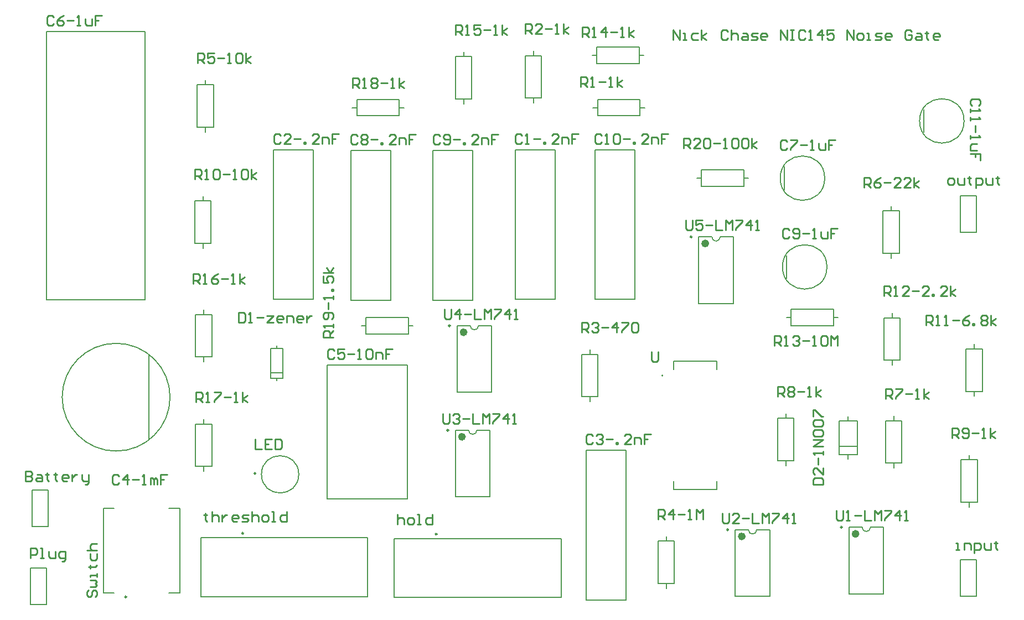
<source format=gto>
G04*
G04 #@! TF.GenerationSoftware,Altium Limited,Altium Designer,24.2.2 (26)*
G04*
G04 Layer_Color=65535*
%FSLAX44Y44*%
%MOMM*%
G71*
G04*
G04 #@! TF.SameCoordinates,BFD11EA4-FAB8-46CB-93DB-E67660371D5A*
G04*
G04*
G04 #@! TF.FilePolarity,Positive*
G04*
G01*
G75*
%ADD10C,0.1500*%
%ADD11C,0.2500*%
%ADD12C,0.6000*%
%ADD13C,0.2000*%
%ADD14C,0.1270*%
%ADD15C,0.2540*%
D10*
X249470Y394970D02*
G03*
X249470Y394970I-82500J0D01*
G01*
X1250860Y730250D02*
G03*
X1250860Y730250I-34000J0D01*
G01*
X1254270Y594360D02*
G03*
X1254270Y594360I-34000J0D01*
G01*
X1464020Y817880D02*
G03*
X1464020Y817880I-34000J0D01*
G01*
X446330Y276860D02*
G03*
X446330Y276860I-28500J0D01*
G01*
D11*
X182860Y89270D02*
G03*
X182860Y89270I-1250J0D01*
G01*
X675620Y344470D02*
G03*
X675620Y344470I-1250J0D01*
G01*
X657840Y185350D02*
G03*
X657840Y185350I-1250J0D01*
G01*
X678160Y504490D02*
G03*
X678160Y504490I-1250J0D01*
G01*
X1277600Y195880D02*
G03*
X1277600Y195880I-1250J0D01*
G01*
X1103610Y192070D02*
G03*
X1103610Y192070I-1250J0D01*
G01*
X1047730Y640380D02*
G03*
X1047730Y640380I-1250J0D01*
G01*
X380580Y278360D02*
G03*
X380580Y278360I-1250J0D01*
G01*
X361930Y186620D02*
G03*
X361930Y186620I-1250J0D01*
G01*
D12*
X698970Y334370D02*
G03*
X698970Y334370I-3000J0D01*
G01*
X701510Y494390D02*
G03*
X701510Y494390I-3000J0D01*
G01*
X1300950Y185780D02*
G03*
X1300950Y185780I-3000J0D01*
G01*
X1126960Y181970D02*
G03*
X1126960Y181970I-3000J0D01*
G01*
X1071080Y630280D02*
G03*
X1071080Y630280I-3000J0D01*
G01*
D13*
X706120Y344370D02*
G03*
X718820Y344370I6350J0D01*
G01*
X1003280Y427990D02*
G03*
X1003280Y427990I-1000J0D01*
G01*
X708660Y504390D02*
G03*
X721360Y504390I6350J0D01*
G01*
X1308100Y195780D02*
G03*
X1320800Y195780I6350J0D01*
G01*
X1134110Y191970D02*
G03*
X1146810Y191970I6350J0D01*
G01*
X1078230Y640280D02*
G03*
X1090930Y640280I6350J0D01*
G01*
X1459430Y234200D02*
Y299200D01*
X1484430D01*
Y234200D02*
Y299200D01*
X1459430Y234200D02*
X1484430D01*
X1471930Y226950D02*
Y234200D01*
Y299200D02*
Y306450D01*
X1343860Y293890D02*
Y358890D01*
X1368860D01*
Y293890D02*
Y358890D01*
X1343860Y293890D02*
X1368860D01*
X1356360Y286640D02*
Y293890D01*
Y358890D02*
Y366140D01*
X1458610Y703590D02*
X1482710D01*
Y647690D02*
Y703590D01*
X1458610Y647690D02*
X1482710D01*
X1458610D02*
Y703590D01*
X403200Y424210D02*
Y469810D01*
X422300D01*
Y424210D02*
Y469810D01*
X403200Y424210D02*
X422300D01*
X404200Y432010D02*
X421300D01*
X412750Y420210D02*
Y424210D01*
Y469810D02*
Y473810D01*
X313490Y456450D02*
Y521450D01*
X288490Y456450D02*
X313490D01*
X288490D02*
Y521450D01*
X313490D01*
X300990D02*
Y528700D01*
Y449200D02*
Y456450D01*
X549160Y491690D02*
X614160D01*
X549160D02*
Y516690D01*
X614160D01*
Y491690D02*
Y516690D01*
Y504190D02*
X621410D01*
X541910D02*
X549160D01*
X216970Y329970D02*
Y459970D01*
X879040Y395490D02*
Y460490D01*
X904040D01*
Y395490D02*
Y460490D01*
X879040Y395490D02*
X904040D01*
X891540Y388240D02*
Y395490D01*
Y460490D02*
Y467740D01*
X1341320Y451370D02*
Y516370D01*
X1366320D01*
Y451370D02*
Y516370D01*
X1341320Y451370D02*
X1366320D01*
X1353820Y444120D02*
Y451370D01*
Y516370D02*
Y523620D01*
X147360Y95270D02*
Y224770D01*
X247660D02*
X264160D01*
X147360D02*
X163860D01*
X264160Y95270D02*
Y224770D01*
X247660Y95270D02*
X264160D01*
X147360D02*
X163860D01*
X288490Y288810D02*
Y353810D01*
X313490D01*
Y288810D02*
Y353810D01*
X288490Y288810D02*
X313490D01*
X300990Y281560D02*
Y288810D01*
Y353810D02*
Y361060D01*
X489680Y239130D02*
Y444130D01*
X612680D01*
Y239130D02*
Y444130D01*
X489680Y239130D02*
X612680D01*
X685970Y242370D02*
X738970D01*
X718820Y344370D02*
X738970D01*
X685970D02*
X706120D01*
X738970Y242370D02*
Y344370D01*
X685970Y242370D02*
Y344370D01*
X592440Y178450D02*
X847740D01*
Y88250D02*
Y178450D01*
X592440Y88250D02*
X847740D01*
X592440D02*
Y178450D01*
X688510Y402390D02*
X741510D01*
X721360Y504390D02*
X741510D01*
X688510D02*
X708660D01*
X741510Y402390D02*
Y504390D01*
X688510Y402390D02*
Y504390D01*
X1467050Y403910D02*
Y468910D01*
X1492050D01*
Y403910D02*
Y468910D01*
X1467050Y403910D02*
X1492050D01*
X1479550Y396660D02*
Y403910D01*
Y468910D02*
Y476160D01*
X1199400Y504390D02*
X1264400D01*
X1199400D02*
Y529390D01*
X1264400D01*
Y504390D02*
Y529390D01*
Y516890D02*
X1271650D01*
X1192150D02*
X1199400D01*
X1458610Y146060D02*
X1482710D01*
Y90160D02*
Y146060D01*
X1458610Y90160D02*
X1482710D01*
X1458610D02*
Y146060D01*
X792680Y852690D02*
Y917690D01*
X817680D01*
Y852690D02*
Y917690D01*
X792680Y852690D02*
X817680D01*
X805180Y845440D02*
Y852690D01*
Y917690D02*
Y924940D01*
X903490Y825700D02*
X968490D01*
X903490D02*
Y850700D01*
X968490D01*
Y825700D02*
Y850700D01*
Y838200D02*
X975740D01*
X896240D02*
X903490D01*
X777220Y544630D02*
Y773630D01*
X838220D01*
Y544630D02*
Y773630D01*
X777220Y544630D02*
X838220D01*
X651490Y543360D02*
Y772360D01*
X712490D01*
Y543360D02*
Y772360D01*
X651490Y543360D02*
X712490D01*
X686000Y851420D02*
Y916420D01*
X711000D01*
Y851420D02*
Y916420D01*
X686000Y851420D02*
X711000D01*
X698500Y844170D02*
Y851420D01*
Y916420D02*
Y923670D01*
X60890Y544300D02*
Y954300D01*
X210890D01*
Y544300D02*
Y954300D01*
X60890Y544300D02*
X210890D01*
X525760Y543360D02*
Y772360D01*
X586760D01*
Y543360D02*
Y772360D01*
X525760Y543360D02*
X586760D01*
X287220Y630440D02*
Y695440D01*
X312220D01*
Y630440D02*
Y695440D01*
X287220Y630440D02*
X312220D01*
X299720Y623190D02*
Y630440D01*
Y695440D02*
Y702690D01*
X407650Y544630D02*
Y773630D01*
X468650D01*
Y544630D02*
Y773630D01*
X407650Y544630D02*
X468650D01*
X902220Y905710D02*
X967220D01*
X902220D02*
Y930710D01*
X967220D01*
Y905710D02*
Y930710D01*
Y918210D02*
X974470D01*
X894970D02*
X902220D01*
X535190Y850700D02*
X600190D01*
Y825700D02*
Y850700D01*
X535190Y825700D02*
X600190D01*
X535190D02*
Y850700D01*
X527940Y838200D02*
X535190D01*
X600190D02*
X607440D01*
X291030Y808240D02*
Y873240D01*
X316030D01*
Y808240D02*
Y873240D01*
X291030Y808240D02*
X316030D01*
X303530Y800990D02*
Y808240D01*
Y873240D02*
Y880490D01*
X1272510Y306740D02*
Y358740D01*
X1300510D01*
Y306740D02*
Y358740D01*
X1272510Y306740D02*
X1300510D01*
X1286510Y300090D02*
Y306740D01*
Y358740D02*
Y365390D01*
X1273210Y319740D02*
X1299810D01*
X1287950Y93780D02*
X1340950D01*
X1320800Y195780D02*
X1340950D01*
X1287950D02*
X1308100D01*
X1340950Y93780D02*
Y195780D01*
X1287950Y93780D02*
Y195780D01*
X1113960Y89970D02*
X1166960D01*
X1146810Y191970D02*
X1166960D01*
X1113960D02*
X1134110D01*
X1166960Y89970D02*
Y191970D01*
X1113960Y89970D02*
Y191970D01*
X1178760Y297700D02*
Y362700D01*
X1203760D01*
Y297700D02*
Y362700D01*
X1178760Y297700D02*
X1203760D01*
X1191260Y290450D02*
Y297700D01*
Y362700D02*
Y369950D01*
X899140Y544630D02*
Y773630D01*
X960140D01*
Y544630D02*
Y773630D01*
X899140Y544630D02*
X960140D01*
X1058080Y538280D02*
X1111080D01*
X1090930Y640280D02*
X1111080D01*
X1058080D02*
X1078230D01*
X1111080Y538280D02*
Y640280D01*
X1058080Y538280D02*
Y640280D01*
X1365050Y615200D02*
Y680200D01*
X1340050Y615200D02*
X1365050D01*
X1340050D02*
Y680200D01*
X1365050D01*
X1352550D02*
Y687450D01*
Y607950D02*
Y615200D01*
X1189110Y712750D02*
Y747750D01*
X1062240Y742750D02*
X1127240D01*
Y717750D02*
Y742750D01*
X1062240Y717750D02*
X1127240D01*
X1062240D02*
Y742750D01*
X1054990Y730250D02*
X1062240D01*
X1127240D02*
X1134490D01*
X1192520Y576860D02*
Y611860D01*
X1402270Y800380D02*
Y835380D01*
X36210Y133360D02*
X60310D01*
Y77460D02*
Y133360D01*
X36210Y77460D02*
X60310D01*
X36210D02*
Y133360D01*
X995880Y109740D02*
Y174740D01*
X1020880D01*
Y109740D02*
Y174740D01*
X995880Y109740D02*
X1020880D01*
X1008380Y102490D02*
Y109740D01*
Y174740D02*
Y181990D01*
X38750Y252740D02*
X62850D01*
Y196840D02*
Y252740D01*
X38750Y196840D02*
X62850D01*
X38750D02*
Y252740D01*
X885600Y84380D02*
Y313380D01*
X946600D01*
Y84380D02*
Y313380D01*
X885600Y84380D02*
X946600D01*
X296530Y179720D02*
X551830D01*
Y89520D02*
Y179720D01*
X296530Y89520D02*
X551830D01*
X296530D02*
Y179720D01*
D14*
X1019830Y253340D02*
Y266540D01*
Y253340D02*
X1085830D01*
Y266540D01*
Y437040D02*
Y450240D01*
X1019830D02*
X1085830D01*
X1019830Y437040D02*
Y450240D01*
D15*
X1018540Y942340D02*
Y957575D01*
X1028697Y942340D01*
Y957575D01*
X1033775Y942340D02*
X1038853D01*
X1036314D01*
Y952497D01*
X1033775D01*
X1056628D02*
X1049010D01*
X1046471Y949958D01*
Y944879D01*
X1049010Y942340D01*
X1056628D01*
X1061706D02*
Y957575D01*
Y947418D02*
X1069324Y952497D01*
X1061706Y947418D02*
X1069324Y942340D01*
X1102333Y955036D02*
X1099794Y957575D01*
X1094715D01*
X1092176Y955036D01*
Y944879D01*
X1094715Y942340D01*
X1099794D01*
X1102333Y944879D01*
X1107411Y957575D02*
Y942340D01*
Y949958D01*
X1109950Y952497D01*
X1115029D01*
X1117568Y949958D01*
Y942340D01*
X1125185Y952497D02*
X1130264D01*
X1132803Y949958D01*
Y942340D01*
X1125185D01*
X1122646Y944879D01*
X1125185Y947418D01*
X1132803D01*
X1137881Y942340D02*
X1145499D01*
X1148038Y944879D01*
X1145499Y947418D01*
X1140421D01*
X1137881Y949958D01*
X1140421Y952497D01*
X1148038D01*
X1160734Y942340D02*
X1155656D01*
X1153117Y944879D01*
Y949958D01*
X1155656Y952497D01*
X1160734D01*
X1163273Y949958D01*
Y947418D01*
X1153117D01*
X1183587Y942340D02*
Y957575D01*
X1193743Y942340D01*
Y957575D01*
X1198822D02*
X1203900D01*
X1201361D01*
Y942340D01*
X1198822D01*
X1203900D01*
X1221674Y955036D02*
X1219135Y957575D01*
X1214057D01*
X1211518Y955036D01*
Y944879D01*
X1214057Y942340D01*
X1219135D01*
X1221674Y944879D01*
X1226753Y942340D02*
X1231831D01*
X1229292D01*
Y957575D01*
X1226753Y955036D01*
X1247066Y942340D02*
Y957575D01*
X1239448Y949958D01*
X1249605D01*
X1264840Y957575D02*
X1254684D01*
Y949958D01*
X1259762Y952497D01*
X1262301D01*
X1264840Y949958D01*
Y944879D01*
X1262301Y942340D01*
X1257223D01*
X1254684Y944879D01*
X1285154Y942340D02*
Y957575D01*
X1295311Y942340D01*
Y957575D01*
X1302928Y942340D02*
X1308006D01*
X1310546Y944879D01*
Y949958D01*
X1308006Y952497D01*
X1302928D01*
X1300389Y949958D01*
Y944879D01*
X1302928Y942340D01*
X1315624D02*
X1320702D01*
X1318163D01*
Y952497D01*
X1315624D01*
X1328320Y942340D02*
X1335937D01*
X1338477Y944879D01*
X1335937Y947418D01*
X1330859D01*
X1328320Y949958D01*
X1330859Y952497D01*
X1338477D01*
X1351172Y942340D02*
X1346094D01*
X1343555Y944879D01*
Y949958D01*
X1346094Y952497D01*
X1351172D01*
X1353712Y949958D01*
Y947418D01*
X1343555D01*
X1384182Y955036D02*
X1381642Y957575D01*
X1376564D01*
X1374025Y955036D01*
Y944879D01*
X1376564Y942340D01*
X1381642D01*
X1384182Y944879D01*
Y949958D01*
X1379103D01*
X1391799Y952497D02*
X1396878D01*
X1399417Y949958D01*
Y942340D01*
X1391799D01*
X1389260Y944879D01*
X1391799Y947418D01*
X1399417D01*
X1407034Y955036D02*
Y952497D01*
X1404495D01*
X1409574D01*
X1407034D01*
Y944879D01*
X1409574Y942340D01*
X1424809D02*
X1419730D01*
X1417191Y944879D01*
Y949958D01*
X1419730Y952497D01*
X1424809D01*
X1427348Y949958D01*
Y947418D01*
X1417191D01*
X1445271Y332743D02*
Y347977D01*
X1452888D01*
X1455427Y345438D01*
Y340360D01*
X1452888Y337821D01*
X1445271D01*
X1450349D02*
X1455427Y332743D01*
X1460506Y335282D02*
X1463045Y332743D01*
X1468123D01*
X1470663Y335282D01*
Y345438D01*
X1468123Y347977D01*
X1463045D01*
X1460506Y345438D01*
Y342899D01*
X1463045Y340360D01*
X1470663D01*
X1475741D02*
X1485898D01*
X1490976Y332743D02*
X1496054D01*
X1493515D01*
Y347977D01*
X1490976Y345438D01*
X1503672Y332743D02*
Y347977D01*
Y337821D02*
X1511289Y342899D01*
X1503672Y337821D02*
X1511289Y332743D01*
X1344295Y392303D02*
Y407538D01*
X1351913D01*
X1354452Y404999D01*
Y399921D01*
X1351913Y397381D01*
X1344295D01*
X1349373D02*
X1354452Y392303D01*
X1359530Y407538D02*
X1369687D01*
Y404999D01*
X1359530Y394842D01*
Y392303D01*
X1374765Y399921D02*
X1384922D01*
X1390000Y392303D02*
X1395079D01*
X1392539D01*
Y407538D01*
X1390000Y404999D01*
X1402696Y392303D02*
Y407538D01*
Y397381D02*
X1410314Y402460D01*
X1402696Y397381D02*
X1410314Y392303D01*
X1441462Y720091D02*
X1446540D01*
X1449079Y722630D01*
Y727709D01*
X1446540Y730248D01*
X1441462D01*
X1438923Y727709D01*
Y722630D01*
X1441462Y720091D01*
X1454158Y730248D02*
Y722630D01*
X1456697Y720091D01*
X1464315D01*
Y730248D01*
X1471932Y732787D02*
Y730248D01*
X1469393D01*
X1474471D01*
X1471932D01*
Y722630D01*
X1474471Y720091D01*
X1482089Y715013D02*
Y730248D01*
X1489706D01*
X1492245Y727709D01*
Y722630D01*
X1489706Y720091D01*
X1482089D01*
X1497324Y730248D02*
Y722630D01*
X1499863Y720091D01*
X1507481D01*
Y730248D01*
X1515098Y732787D02*
Y730248D01*
X1512559D01*
X1517637D01*
X1515098D01*
Y722630D01*
X1517637Y720091D01*
X354348Y524507D02*
Y509272D01*
X361966D01*
X364505Y511812D01*
Y521968D01*
X361966Y524507D01*
X354348D01*
X369583Y509272D02*
X374661D01*
X372122D01*
Y524507D01*
X369583Y521968D01*
X382279Y516890D02*
X392436D01*
X397514Y519429D02*
X407671D01*
X397514Y509272D01*
X407671D01*
X420367D02*
X415288D01*
X412749Y511812D01*
Y516890D01*
X415288Y519429D01*
X420367D01*
X422906Y516890D01*
Y514351D01*
X412749D01*
X427984Y509272D02*
Y519429D01*
X435602D01*
X438141Y516890D01*
Y509272D01*
X450837D02*
X445759D01*
X443219Y511812D01*
Y516890D01*
X445759Y519429D01*
X450837D01*
X453376Y516890D01*
Y514351D01*
X443219D01*
X458454Y519429D02*
Y509272D01*
Y514351D01*
X460994Y516890D01*
X463533Y519429D01*
X466072D01*
X284493Y568963D02*
Y584198D01*
X292110D01*
X294650Y581658D01*
Y576580D01*
X292110Y574041D01*
X284493D01*
X289571D02*
X294650Y568963D01*
X299728D02*
X304806D01*
X302267D01*
Y584198D01*
X299728Y581658D01*
X322580Y584198D02*
X317502Y581658D01*
X312424Y576580D01*
Y571502D01*
X314963Y568963D01*
X320041D01*
X322580Y571502D01*
Y574041D01*
X320041Y576580D01*
X312424D01*
X327659D02*
X337816D01*
X342894Y568963D02*
X347972D01*
X345433D01*
Y584198D01*
X342894Y581658D01*
X355590Y568963D02*
Y584198D01*
Y574041D02*
X363207Y579119D01*
X355590Y574041D02*
X363207Y568963D01*
X499108Y486427D02*
X483872D01*
Y494045D01*
X486412Y496584D01*
X491490D01*
X494029Y494045D01*
Y486427D01*
Y491506D02*
X499108Y496584D01*
Y501662D02*
Y506741D01*
Y504202D01*
X483872D01*
X486412Y501662D01*
X496568Y514358D02*
X499108Y516897D01*
Y521976D01*
X496568Y524515D01*
X486412D01*
X483872Y521976D01*
Y516897D01*
X486412Y514358D01*
X488951D01*
X491490Y516897D01*
Y524515D01*
Y529593D02*
Y539750D01*
X499108Y544828D02*
Y549907D01*
Y547368D01*
X483872D01*
X486412Y544828D01*
X499108Y557524D02*
X496568D01*
Y560063D01*
X499108D01*
Y557524D01*
X483872Y580377D02*
Y570220D01*
X491490D01*
X488951Y575299D01*
Y577838D01*
X491490Y580377D01*
X496568D01*
X499108Y577838D01*
Y572759D01*
X496568Y570220D01*
X499108Y585455D02*
X483872D01*
X494029D02*
X488951Y593073D01*
X494029Y585455D02*
X499108Y593073D01*
X171460Y274318D02*
X168921Y276857D01*
X163843D01*
X161304Y274318D01*
Y264162D01*
X163843Y261623D01*
X168921D01*
X171460Y264162D01*
X184156Y261623D02*
Y276857D01*
X176539Y269240D01*
X186695D01*
X191774D02*
X201930D01*
X207009Y261623D02*
X212087D01*
X209548D01*
Y276857D01*
X207009Y274318D01*
X219705Y261623D02*
Y271779D01*
X222244D01*
X224783Y269240D01*
Y261623D01*
Y269240D01*
X227322Y271779D01*
X229861Y269240D01*
Y261623D01*
X245096Y276857D02*
X234940D01*
Y269240D01*
X240018D01*
X234940D01*
Y261623D01*
X879475Y493903D02*
Y509138D01*
X887093D01*
X889632Y506599D01*
Y501521D01*
X887093Y498981D01*
X879475D01*
X884553D02*
X889632Y493903D01*
X894710Y506599D02*
X897249Y509138D01*
X902328D01*
X904867Y506599D01*
Y504060D01*
X902328Y501521D01*
X899788D01*
X902328D01*
X904867Y498981D01*
Y496442D01*
X902328Y493903D01*
X897249D01*
X894710Y496442D01*
X909945Y501521D02*
X920102D01*
X932798Y493903D02*
Y509138D01*
X925180Y501521D01*
X935337D01*
X940415Y509138D02*
X950572D01*
Y506599D01*
X940415Y496442D01*
Y493903D01*
X955650Y506599D02*
X958189Y509138D01*
X963268D01*
X965807Y506599D01*
Y496442D01*
X963268Y493903D01*
X958189D01*
X955650Y496442D01*
Y506599D01*
X1341755Y549783D02*
Y565018D01*
X1349373D01*
X1351912Y562479D01*
Y557401D01*
X1349373Y554861D01*
X1341755D01*
X1346833D02*
X1351912Y549783D01*
X1356990D02*
X1362068D01*
X1359529D01*
Y565018D01*
X1356990Y562479D01*
X1379843Y549783D02*
X1369686D01*
X1379843Y559940D01*
Y562479D01*
X1377303Y565018D01*
X1372225D01*
X1369686Y562479D01*
X1384921Y557401D02*
X1395078D01*
X1410313Y549783D02*
X1400156D01*
X1410313Y559940D01*
Y562479D01*
X1407774Y565018D01*
X1402695D01*
X1400156Y562479D01*
X1415391Y549783D02*
Y552322D01*
X1417930D01*
Y549783D01*
X1415391D01*
X1438244D02*
X1428087D01*
X1438244Y559940D01*
Y562479D01*
X1435705Y565018D01*
X1430626D01*
X1428087Y562479D01*
X1443322Y549783D02*
Y565018D01*
Y554861D02*
X1450940Y559940D01*
X1443322Y554861D02*
X1450940Y549783D01*
X125119Y99438D02*
X122580Y96898D01*
Y91820D01*
X125119Y89281D01*
X127658D01*
X130197Y91820D01*
Y96898D01*
X132737Y99438D01*
X135276D01*
X137815Y96898D01*
Y91820D01*
X135276Y89281D01*
X127658Y104516D02*
X135276D01*
X137815Y107055D01*
X135276Y109594D01*
X137815Y112134D01*
X135276Y114673D01*
X127658D01*
X137815Y119751D02*
Y124830D01*
Y122290D01*
X127658D01*
Y119751D01*
X125119Y134986D02*
X127658D01*
Y132447D01*
Y137525D01*
Y134986D01*
X135276D01*
X137815Y137525D01*
X127658Y155300D02*
Y147682D01*
X130197Y145143D01*
X135276D01*
X137815Y147682D01*
Y155300D01*
X122580Y160378D02*
X137815D01*
X130197D01*
X127658Y162917D01*
Y167995D01*
X130197Y170535D01*
X137815D01*
X288925Y387223D02*
Y402458D01*
X296542D01*
X299082Y399919D01*
Y394841D01*
X296542Y392301D01*
X288925D01*
X294003D02*
X299082Y387223D01*
X304160D02*
X309238D01*
X306699D01*
Y402458D01*
X304160Y399919D01*
X316856Y402458D02*
X327013D01*
Y399919D01*
X316856Y389762D01*
Y387223D01*
X332091Y394841D02*
X342248D01*
X347326Y387223D02*
X352405D01*
X349865D01*
Y402458D01*
X347326Y399919D01*
X360022Y387223D02*
Y402458D01*
Y392301D02*
X367640Y397380D01*
X360022Y392301D02*
X367640Y387223D01*
X500504Y466467D02*
X497965Y469006D01*
X492886D01*
X490347Y466467D01*
Y456310D01*
X492886Y453771D01*
X497965D01*
X500504Y456310D01*
X515739Y469006D02*
X505582D01*
Y461389D01*
X510660Y463928D01*
X513200D01*
X515739Y461389D01*
Y456310D01*
X513200Y453771D01*
X508121D01*
X505582Y456310D01*
X520817Y461389D02*
X530974D01*
X536052Y453771D02*
X541131D01*
X538591D01*
Y469006D01*
X536052Y466467D01*
X548748D02*
X551287Y469006D01*
X556366D01*
X558905Y466467D01*
Y456310D01*
X556366Y453771D01*
X551287D01*
X548748Y456310D01*
Y466467D01*
X563983Y453771D02*
Y463928D01*
X571601D01*
X574140Y461389D01*
Y453771D01*
X589375Y469006D02*
X579218D01*
Y461389D01*
X584297D01*
X579218D01*
Y453771D01*
X666369Y369946D02*
Y357250D01*
X668908Y354711D01*
X673987D01*
X676526Y357250D01*
Y369946D01*
X681604Y367407D02*
X684143Y369946D01*
X689222D01*
X691761Y367407D01*
Y364868D01*
X689222Y362328D01*
X686682D01*
X689222D01*
X691761Y359789D01*
Y357250D01*
X689222Y354711D01*
X684143D01*
X681604Y357250D01*
X696839Y362328D02*
X706996D01*
X712074Y369946D02*
Y354711D01*
X722231D01*
X727309D02*
Y369946D01*
X732388Y364868D01*
X737466Y369946D01*
Y354711D01*
X742544Y369946D02*
X752701D01*
Y367407D01*
X742544Y357250D01*
Y354711D01*
X765397D02*
Y369946D01*
X757779Y362328D01*
X767936D01*
X773015Y354711D02*
X778093D01*
X775554D01*
Y369946D01*
X773015Y367407D01*
X985852Y464818D02*
Y452122D01*
X988391Y449582D01*
X993469D01*
X996008Y452122D01*
Y464818D01*
X596909Y215898D02*
Y200662D01*
Y208280D01*
X599448Y210819D01*
X604526D01*
X607065Y208280D01*
Y200662D01*
X614683D02*
X619761D01*
X622300Y203202D01*
Y208280D01*
X619761Y210819D01*
X614683D01*
X612144Y208280D01*
Y203202D01*
X614683Y200662D01*
X627379D02*
X632457D01*
X629918D01*
Y215898D01*
X627379D01*
X650231D02*
Y200662D01*
X642614D01*
X640075Y203202D01*
Y208280D01*
X642614Y210819D01*
X650231D01*
X668909Y529966D02*
Y517270D01*
X671448Y514731D01*
X676526D01*
X679066Y517270D01*
Y529966D01*
X691762Y514731D02*
Y529966D01*
X684144Y522349D01*
X694301D01*
X699379D02*
X709536D01*
X714614Y529966D02*
Y514731D01*
X724771D01*
X729849D02*
Y529966D01*
X734928Y524888D01*
X740006Y529966D01*
Y514731D01*
X745084Y529966D02*
X755241D01*
Y527427D01*
X745084Y517270D01*
Y514731D01*
X767937D02*
Y529966D01*
X760319Y522349D01*
X770476D01*
X775555Y514731D02*
X780633D01*
X778094D01*
Y529966D01*
X775555Y527427D01*
X1405907Y505462D02*
Y520698D01*
X1413525D01*
X1416064Y518158D01*
Y513080D01*
X1413525Y510541D01*
X1405907D01*
X1410986D02*
X1416064Y505462D01*
X1421142D02*
X1426221D01*
X1423681D01*
Y520698D01*
X1421142Y518158D01*
X1433838Y505462D02*
X1438917D01*
X1436377D01*
Y520698D01*
X1433838Y518158D01*
X1446534Y513080D02*
X1456691D01*
X1471926Y520698D02*
X1466848Y518158D01*
X1461769Y513080D01*
Y508002D01*
X1464308Y505462D01*
X1469387D01*
X1471926Y508002D01*
Y510541D01*
X1469387Y513080D01*
X1461769D01*
X1477004Y505462D02*
Y508002D01*
X1479543D01*
Y505462D01*
X1477004D01*
X1489700Y518158D02*
X1492239Y520698D01*
X1497318D01*
X1499857Y518158D01*
Y515619D01*
X1497318Y513080D01*
X1499857Y510541D01*
Y508002D01*
X1497318Y505462D01*
X1492239D01*
X1489700Y508002D01*
Y510541D01*
X1492239Y513080D01*
X1489700Y515619D01*
Y518158D01*
X1492239Y513080D02*
X1497318D01*
X1504935Y505462D02*
Y520698D01*
Y510541D02*
X1512553Y515619D01*
X1504935Y510541D02*
X1512553Y505462D01*
X1173496Y473713D02*
Y488947D01*
X1181113D01*
X1183652Y486408D01*
Y481330D01*
X1181113Y478791D01*
X1173496D01*
X1178574D02*
X1183652Y473713D01*
X1188731D02*
X1193809D01*
X1191270D01*
Y488947D01*
X1188731Y486408D01*
X1201427D02*
X1203966Y488947D01*
X1209044D01*
X1211583Y486408D01*
Y483869D01*
X1209044Y481330D01*
X1206505D01*
X1209044D01*
X1211583Y478791D01*
Y476252D01*
X1209044Y473713D01*
X1203966D01*
X1201427Y476252D01*
X1216662Y481330D02*
X1226818D01*
X1231897Y473713D02*
X1236975D01*
X1234436D01*
Y488947D01*
X1231897Y486408D01*
X1244593D02*
X1247132Y488947D01*
X1252210D01*
X1254749Y486408D01*
Y476252D01*
X1252210Y473713D01*
X1247132D01*
X1244593Y476252D01*
Y486408D01*
X1259828Y473713D02*
Y488947D01*
X1264906Y483869D01*
X1269984Y488947D01*
Y473713D01*
X1451620Y161292D02*
X1456699D01*
X1454160D01*
Y171448D01*
X1451620D01*
X1464316Y161292D02*
Y171448D01*
X1471934D01*
X1474473Y168909D01*
Y161292D01*
X1479551Y156213D02*
Y171448D01*
X1487169D01*
X1489708Y168909D01*
Y163831D01*
X1487169Y161292D01*
X1479551D01*
X1494786Y171448D02*
Y163831D01*
X1497325Y161292D01*
X1504943D01*
Y171448D01*
X1512561Y173988D02*
Y171448D01*
X1510021D01*
X1515100D01*
X1512561D01*
Y163831D01*
X1515100Y161292D01*
X793115Y951103D02*
Y966338D01*
X800732D01*
X803272Y963799D01*
Y958720D01*
X800732Y956181D01*
X793115D01*
X798193D02*
X803272Y951103D01*
X818507D02*
X808350D01*
X818507Y961260D01*
Y963799D01*
X815968Y966338D01*
X810889D01*
X808350Y963799D01*
X823585Y958720D02*
X833742D01*
X838820Y951103D02*
X843899D01*
X841359D01*
Y966338D01*
X838820Y963799D01*
X851516Y951103D02*
Y966338D01*
Y956181D02*
X859134Y961260D01*
X851516Y956181D02*
X859134Y951103D01*
X877580Y869952D02*
Y885188D01*
X885198D01*
X887737Y882648D01*
Y877570D01*
X885198Y875031D01*
X877580D01*
X882659D02*
X887737Y869952D01*
X892815D02*
X897894D01*
X895355D01*
Y885188D01*
X892815Y882648D01*
X905511Y877570D02*
X915668D01*
X920746Y869952D02*
X925825D01*
X923286D01*
Y885188D01*
X920746Y882648D01*
X933442Y869952D02*
Y885188D01*
Y875031D02*
X941060Y880109D01*
X933442Y875031D02*
X941060Y869952D01*
X788032Y795905D02*
X785492Y798444D01*
X780414D01*
X777875Y795905D01*
Y785748D01*
X780414Y783209D01*
X785492D01*
X788032Y785748D01*
X793110Y783209D02*
X798188D01*
X795649D01*
Y798444D01*
X793110Y795905D01*
X805806Y790826D02*
X815963D01*
X821041Y783209D02*
Y785748D01*
X823580D01*
Y783209D01*
X821041D01*
X843894D02*
X833737D01*
X843894Y793366D01*
Y795905D01*
X841355Y798444D01*
X836276D01*
X833737Y795905D01*
X848972Y783209D02*
Y793366D01*
X856590D01*
X859129Y790826D01*
Y783209D01*
X874364Y798444D02*
X864207D01*
Y790826D01*
X869285D01*
X864207D01*
Y783209D01*
X662302Y794635D02*
X659762Y797174D01*
X654684D01*
X652145Y794635D01*
Y784478D01*
X654684Y781939D01*
X659762D01*
X662302Y784478D01*
X667380D02*
X669919Y781939D01*
X674998D01*
X677537Y784478D01*
Y794635D01*
X674998Y797174D01*
X669919D01*
X667380Y794635D01*
Y792096D01*
X669919Y789557D01*
X677537D01*
X682615D02*
X692772D01*
X697850Y781939D02*
Y784478D01*
X700389D01*
Y781939D01*
X697850D01*
X720703D02*
X710546D01*
X720703Y792096D01*
Y794635D01*
X718164Y797174D01*
X713085D01*
X710546Y794635D01*
X725781Y781939D02*
Y792096D01*
X733399D01*
X735938Y789557D01*
Y781939D01*
X751173Y797174D02*
X741016D01*
Y789557D01*
X746095D01*
X741016D01*
Y781939D01*
X686435Y949833D02*
Y965068D01*
X694053D01*
X696592Y962529D01*
Y957450D01*
X694053Y954911D01*
X686435D01*
X691513D02*
X696592Y949833D01*
X701670D02*
X706748D01*
X704209D01*
Y965068D01*
X701670Y962529D01*
X724523Y965068D02*
X714366D01*
Y957450D01*
X719444Y959990D01*
X721983D01*
X724523Y957450D01*
Y952372D01*
X721983Y949833D01*
X716905D01*
X714366Y952372D01*
X729601Y957450D02*
X739758D01*
X744836Y949833D02*
X749914D01*
X747375D01*
Y965068D01*
X744836Y962529D01*
X757532Y949833D02*
Y965068D01*
Y954911D02*
X765150Y959990D01*
X757532Y954911D02*
X765150Y949833D01*
X71498Y976499D02*
X68959Y979038D01*
X63880D01*
X61341Y976499D01*
Y966342D01*
X63880Y963803D01*
X68959D01*
X71498Y966342D01*
X86733Y979038D02*
X81654Y976499D01*
X76576Y971421D01*
Y966342D01*
X79115Y963803D01*
X84194D01*
X86733Y966342D01*
Y968881D01*
X84194Y971421D01*
X76576D01*
X91811D02*
X101968D01*
X107046Y963803D02*
X112125D01*
X109585D01*
Y979038D01*
X107046Y976499D01*
X119742Y973960D02*
Y966342D01*
X122281Y963803D01*
X129899D01*
Y973960D01*
X145134Y979038D02*
X134977D01*
Y971421D01*
X140056D01*
X134977D01*
Y963803D01*
X536572Y794635D02*
X534033Y797174D01*
X528954D01*
X526415Y794635D01*
Y784478D01*
X528954Y781939D01*
X534033D01*
X536572Y784478D01*
X541650Y794635D02*
X544189Y797174D01*
X549268D01*
X551807Y794635D01*
Y792096D01*
X549268Y789557D01*
X551807Y787017D01*
Y784478D01*
X549268Y781939D01*
X544189D01*
X541650Y784478D01*
Y787017D01*
X544189Y789557D01*
X541650Y792096D01*
Y794635D01*
X544189Y789557D02*
X549268D01*
X556885D02*
X567042D01*
X572120Y781939D02*
Y784478D01*
X574659D01*
Y781939D01*
X572120D01*
X594973D02*
X584816D01*
X594973Y792096D01*
Y794635D01*
X592434Y797174D01*
X587355D01*
X584816Y794635D01*
X600051Y781939D02*
Y792096D01*
X607669D01*
X610208Y789557D01*
Y781939D01*
X625443Y797174D02*
X615286D01*
Y789557D01*
X620365D01*
X615286D01*
Y781939D01*
X287655Y728853D02*
Y744088D01*
X295273D01*
X297812Y741549D01*
Y736470D01*
X295273Y733931D01*
X287655D01*
X292733D02*
X297812Y728853D01*
X302890D02*
X307968D01*
X305429D01*
Y744088D01*
X302890Y741549D01*
X315586D02*
X318125Y744088D01*
X323204D01*
X325743Y741549D01*
Y731392D01*
X323204Y728853D01*
X318125D01*
X315586Y731392D01*
Y741549D01*
X330821Y736470D02*
X340978D01*
X346056Y728853D02*
X351134D01*
X348595D01*
Y744088D01*
X346056Y741549D01*
X358752D02*
X361291Y744088D01*
X366370D01*
X368909Y741549D01*
Y731392D01*
X366370Y728853D01*
X361291D01*
X358752Y731392D01*
Y741549D01*
X373987Y728853D02*
Y744088D01*
Y733931D02*
X381605Y739010D01*
X373987Y733931D02*
X381605Y728853D01*
X418462Y795905D02*
X415923Y798444D01*
X410844D01*
X408305Y795905D01*
Y785748D01*
X410844Y783209D01*
X415923D01*
X418462Y785748D01*
X433697Y783209D02*
X423540D01*
X433697Y793366D01*
Y795905D01*
X431158Y798444D01*
X426079D01*
X423540Y795905D01*
X438775Y790826D02*
X448932D01*
X454010Y783209D02*
Y785748D01*
X456549D01*
Y783209D01*
X454010D01*
X476863D02*
X466706D01*
X476863Y793366D01*
Y795905D01*
X474324Y798444D01*
X469245D01*
X466706Y795905D01*
X481941Y783209D02*
Y793366D01*
X489559D01*
X492098Y790826D01*
Y783209D01*
X507333Y798444D02*
X497176D01*
Y790826D01*
X502255D01*
X497176D01*
Y783209D01*
X880123Y946152D02*
Y961387D01*
X887740D01*
X890279Y958848D01*
Y953770D01*
X887740Y951231D01*
X880123D01*
X885201D02*
X890279Y946152D01*
X895358D02*
X900436D01*
X897897D01*
Y961387D01*
X895358Y958848D01*
X915671Y946152D02*
Y961387D01*
X908054Y953770D01*
X918210D01*
X923289D02*
X933446D01*
X938524Y946152D02*
X943602D01*
X941063D01*
Y961387D01*
X938524Y958848D01*
X951220Y946152D02*
Y961387D01*
Y951231D02*
X958837Y956309D01*
X951220Y951231D02*
X958837Y946152D01*
X528333Y868682D02*
Y883917D01*
X535950D01*
X538489Y881378D01*
Y876300D01*
X535950Y873761D01*
X528333D01*
X533411D02*
X538489Y868682D01*
X543568D02*
X548646D01*
X546107D01*
Y883917D01*
X543568Y881378D01*
X556264D02*
X558803Y883917D01*
X563881D01*
X566420Y881378D01*
Y878839D01*
X563881Y876300D01*
X566420Y873761D01*
Y871222D01*
X563881Y868682D01*
X558803D01*
X556264Y871222D01*
Y873761D01*
X558803Y876300D01*
X556264Y878839D01*
Y881378D01*
X558803Y876300D02*
X563881D01*
X571499D02*
X581656D01*
X586734Y868682D02*
X591812D01*
X589273D01*
Y883917D01*
X586734Y881378D01*
X599430Y868682D02*
Y883917D01*
Y873761D02*
X607047Y878839D01*
X599430Y873761D02*
X607047Y868682D01*
X291465Y906653D02*
Y921888D01*
X299083D01*
X301622Y919349D01*
Y914270D01*
X299083Y911731D01*
X291465D01*
X296543D02*
X301622Y906653D01*
X316857Y921888D02*
X306700D01*
Y914270D01*
X311778Y916810D01*
X314318D01*
X316857Y914270D01*
Y909192D01*
X314318Y906653D01*
X309239D01*
X306700Y909192D01*
X321935Y914270D02*
X332092D01*
X337170Y906653D02*
X342249D01*
X339709D01*
Y921888D01*
X337170Y919349D01*
X349866D02*
X352405Y921888D01*
X357484D01*
X360023Y919349D01*
Y909192D01*
X357484Y906653D01*
X352405D01*
X349866Y909192D01*
Y919349D01*
X365101Y906653D02*
Y921888D01*
Y911731D02*
X372719Y916810D01*
X365101Y911731D02*
X372719Y906653D01*
X1233172Y261639D02*
X1248408D01*
Y269256D01*
X1245868Y271795D01*
X1235712D01*
X1233172Y269256D01*
Y261639D01*
X1248408Y287030D02*
Y276873D01*
X1238251Y287030D01*
X1235712D01*
X1233172Y284491D01*
Y279413D01*
X1235712Y276873D01*
X1240790Y292109D02*
Y302265D01*
X1248408Y307344D02*
Y312422D01*
Y309883D01*
X1233172D01*
X1235712Y307344D01*
X1248408Y320040D02*
X1233172D01*
X1248408Y330196D01*
X1233172D01*
X1235712Y335275D02*
X1233172Y337814D01*
Y342892D01*
X1235712Y345431D01*
X1245868D01*
X1248408Y342892D01*
Y337814D01*
X1245868Y335275D01*
X1235712D01*
Y350510D02*
X1233172Y353049D01*
Y358127D01*
X1235712Y360666D01*
X1245868D01*
X1248408Y358127D01*
Y353049D01*
X1245868Y350510D01*
X1235712D01*
X1233172Y365745D02*
Y375901D01*
X1235712D01*
X1245868Y365745D01*
X1248408D01*
X1268349Y221356D02*
Y208660D01*
X1270888Y206121D01*
X1275966D01*
X1278506Y208660D01*
Y221356D01*
X1283584Y206121D02*
X1288662D01*
X1286123D01*
Y221356D01*
X1283584Y218817D01*
X1296280Y213738D02*
X1306437D01*
X1311515Y221356D02*
Y206121D01*
X1321672D01*
X1326750D02*
Y221356D01*
X1331828Y216278D01*
X1336907Y221356D01*
Y206121D01*
X1341985Y221356D02*
X1352142D01*
Y218817D01*
X1341985Y208660D01*
Y206121D01*
X1364838D02*
Y221356D01*
X1357220Y213738D01*
X1367377D01*
X1372455Y206121D02*
X1377534D01*
X1374995D01*
Y221356D01*
X1372455Y218817D01*
X1094359Y217546D02*
Y204850D01*
X1096898Y202311D01*
X1101976D01*
X1104516Y204850D01*
Y217546D01*
X1119751Y202311D02*
X1109594D01*
X1119751Y212468D01*
Y215007D01*
X1117212Y217546D01*
X1112133D01*
X1109594Y215007D01*
X1124829Y209928D02*
X1134986D01*
X1140064Y217546D02*
Y202311D01*
X1150221D01*
X1155299D02*
Y217546D01*
X1160378Y212468D01*
X1165456Y217546D01*
Y202311D01*
X1170534Y217546D02*
X1180691D01*
Y215007D01*
X1170534Y204850D01*
Y202311D01*
X1193387D02*
Y217546D01*
X1185769Y209928D01*
X1195926D01*
X1201004Y202311D02*
X1206083D01*
X1203544D01*
Y217546D01*
X1201004Y215007D01*
X1179195Y396113D02*
Y411348D01*
X1186813D01*
X1189352Y408809D01*
Y403731D01*
X1186813Y401191D01*
X1179195D01*
X1184273D02*
X1189352Y396113D01*
X1194430Y408809D02*
X1196969Y411348D01*
X1202048D01*
X1204587Y408809D01*
Y406270D01*
X1202048Y403731D01*
X1204587Y401191D01*
Y398652D01*
X1202048Y396113D01*
X1196969D01*
X1194430Y398652D01*
Y401191D01*
X1196969Y403731D01*
X1194430Y406270D01*
Y408809D01*
X1196969Y403731D02*
X1202048D01*
X1209665D02*
X1219822D01*
X1224900Y396113D02*
X1229979D01*
X1227439D01*
Y411348D01*
X1224900Y408809D01*
X1237596Y396113D02*
Y411348D01*
Y401191D02*
X1245214Y406270D01*
X1237596Y401191D02*
X1245214Y396113D01*
X909952Y795905D02*
X907412Y798444D01*
X902334D01*
X899795Y795905D01*
Y785748D01*
X902334Y783209D01*
X907412D01*
X909952Y785748D01*
X915030Y783209D02*
X920108D01*
X917569D01*
Y798444D01*
X915030Y795905D01*
X927726D02*
X930265Y798444D01*
X935343D01*
X937883Y795905D01*
Y785748D01*
X935343Y783209D01*
X930265D01*
X927726Y785748D01*
Y795905D01*
X942961Y790826D02*
X953118D01*
X958196Y783209D02*
Y785748D01*
X960735D01*
Y783209D01*
X958196D01*
X981049D02*
X970892D01*
X981049Y793366D01*
Y795905D01*
X978510Y798444D01*
X973431D01*
X970892Y795905D01*
X986127Y783209D02*
Y793366D01*
X993745D01*
X996284Y790826D01*
Y783209D01*
X1011519Y798444D02*
X1001362D01*
Y790826D01*
X1006441D01*
X1001362D01*
Y783209D01*
X1038479Y665856D02*
Y653160D01*
X1041018Y650621D01*
X1046096D01*
X1048636Y653160D01*
Y665856D01*
X1063871D02*
X1053714D01*
Y658239D01*
X1058792Y660778D01*
X1061332D01*
X1063871Y658239D01*
Y653160D01*
X1061332Y650621D01*
X1056253D01*
X1053714Y653160D01*
X1068949Y658239D02*
X1079106D01*
X1084184Y665856D02*
Y650621D01*
X1094341D01*
X1099419D02*
Y665856D01*
X1104498Y660778D01*
X1109576Y665856D01*
Y650621D01*
X1114654Y665856D02*
X1124811D01*
Y663317D01*
X1114654Y653160D01*
Y650621D01*
X1137507D02*
Y665856D01*
X1129889Y658239D01*
X1140046D01*
X1145125Y650621D02*
X1150203D01*
X1147664D01*
Y665856D01*
X1145125Y663317D01*
X1310654Y716283D02*
Y731517D01*
X1318271D01*
X1320810Y728978D01*
Y723900D01*
X1318271Y721361D01*
X1310654D01*
X1315732D02*
X1320810Y716283D01*
X1336045Y731517D02*
X1330967Y728978D01*
X1325889Y723900D01*
Y718822D01*
X1328428Y716283D01*
X1333506D01*
X1336045Y718822D01*
Y721361D01*
X1333506Y723900D01*
X1325889D01*
X1341124D02*
X1351280D01*
X1366516Y716283D02*
X1356359D01*
X1366516Y726439D01*
Y728978D01*
X1363976Y731517D01*
X1358898D01*
X1356359Y728978D01*
X1381751Y716283D02*
X1371594D01*
X1381751Y726439D01*
Y728978D01*
X1379211Y731517D01*
X1374133D01*
X1371594Y728978D01*
X1386829Y716283D02*
Y731517D01*
Y721361D02*
X1394447Y726439D01*
X1386829Y721361D02*
X1394447Y716283D01*
X1193616Y786507D02*
X1191077Y789046D01*
X1185998D01*
X1183459Y786507D01*
Y776350D01*
X1185998Y773811D01*
X1191077D01*
X1193616Y776350D01*
X1198694Y789046D02*
X1208851D01*
Y786507D01*
X1198694Y776350D01*
Y773811D01*
X1213929Y781429D02*
X1224086D01*
X1229164Y773811D02*
X1234243D01*
X1231703D01*
Y789046D01*
X1229164Y786507D01*
X1241860Y783968D02*
Y776350D01*
X1244399Y773811D01*
X1252017D01*
Y783968D01*
X1267252Y789046D02*
X1257095D01*
Y781429D01*
X1262173D01*
X1257095D01*
Y773811D01*
X1035068Y775973D02*
Y791208D01*
X1042686D01*
X1045225Y788668D01*
Y783590D01*
X1042686Y781051D01*
X1035068D01*
X1040146D02*
X1045225Y775973D01*
X1060460D02*
X1050303D01*
X1060460Y786129D01*
Y788668D01*
X1057921Y791208D01*
X1052842D01*
X1050303Y788668D01*
X1065538D02*
X1068077Y791208D01*
X1073156D01*
X1075695Y788668D01*
Y778512D01*
X1073156Y775973D01*
X1068077D01*
X1065538Y778512D01*
Y788668D01*
X1080773Y783590D02*
X1090930D01*
X1096008Y775973D02*
X1101087D01*
X1098548D01*
Y791208D01*
X1096008Y788668D01*
X1108704D02*
X1111243Y791208D01*
X1116322D01*
X1118861Y788668D01*
Y778512D01*
X1116322Y775973D01*
X1111243D01*
X1108704Y778512D01*
Y788668D01*
X1123939D02*
X1126479Y791208D01*
X1131557D01*
X1134096Y788668D01*
Y778512D01*
X1131557Y775973D01*
X1126479D01*
X1123939Y778512D01*
Y788668D01*
X1139174Y775973D02*
Y791208D01*
Y781051D02*
X1146792Y786129D01*
X1139174Y781051D02*
X1146792Y775973D01*
X1197026Y650617D02*
X1194486Y653156D01*
X1189408D01*
X1186869Y650617D01*
Y640460D01*
X1189408Y637921D01*
X1194486D01*
X1197026Y640460D01*
X1202104D02*
X1204643Y637921D01*
X1209722D01*
X1212261Y640460D01*
Y650617D01*
X1209722Y653156D01*
X1204643D01*
X1202104Y650617D01*
Y648078D01*
X1204643Y645538D01*
X1212261D01*
X1217339D02*
X1227496D01*
X1232574Y637921D02*
X1237653D01*
X1235113D01*
Y653156D01*
X1232574Y650617D01*
X1245270Y648078D02*
Y640460D01*
X1247809Y637921D01*
X1255427D01*
Y648078D01*
X1270662Y653156D02*
X1260505D01*
Y645538D01*
X1265583D01*
X1260505D01*
Y637921D01*
X1486277Y841124D02*
X1488816Y843663D01*
Y848742D01*
X1486277Y851281D01*
X1476120D01*
X1473581Y848742D01*
Y843663D01*
X1476120Y841124D01*
X1473581Y836046D02*
Y830968D01*
Y833507D01*
X1488816D01*
X1486277Y836046D01*
X1473581Y823350D02*
Y818272D01*
Y820811D01*
X1488816D01*
X1486277Y823350D01*
X1481198Y810654D02*
Y800497D01*
X1473581Y795419D02*
Y790341D01*
Y792880D01*
X1488816D01*
X1486277Y795419D01*
X1483738Y782723D02*
X1476120D01*
X1473581Y780184D01*
Y772567D01*
X1483738D01*
X1488816Y757331D02*
Y767488D01*
X1481198D01*
Y762410D01*
Y767488D01*
X1473581D01*
X36195Y148463D02*
Y163698D01*
X43812D01*
X46352Y161159D01*
Y156081D01*
X43812Y153541D01*
X36195D01*
X51430Y148463D02*
X56508D01*
X53969D01*
Y163698D01*
X51430D01*
X64126Y158620D02*
Y151002D01*
X66665Y148463D01*
X74283D01*
Y158620D01*
X84439Y143385D02*
X86979D01*
X89518Y145924D01*
Y158620D01*
X81900D01*
X79361Y156081D01*
Y151002D01*
X81900Y148463D01*
X89518D01*
X996315Y208153D02*
Y223388D01*
X1003932D01*
X1006472Y220849D01*
Y215770D01*
X1003932Y213231D01*
X996315D01*
X1001393D02*
X1006472Y208153D01*
X1019168D02*
Y223388D01*
X1011550Y215770D01*
X1021707D01*
X1026785D02*
X1036942D01*
X1042020Y208153D02*
X1047099D01*
X1044559D01*
Y223388D01*
X1042020Y220849D01*
X1054716Y208153D02*
Y223388D01*
X1059794Y218310D01*
X1064873Y223388D01*
Y208153D01*
X27956Y281937D02*
Y266702D01*
X35573D01*
X38112Y269241D01*
Y271780D01*
X35573Y274319D01*
X27956D01*
X35573D01*
X38112Y276858D01*
Y279398D01*
X35573Y281937D01*
X27956D01*
X45730Y276858D02*
X50808D01*
X53347Y274319D01*
Y266702D01*
X45730D01*
X43191Y269241D01*
X45730Y271780D01*
X53347D01*
X60965Y279398D02*
Y276858D01*
X58426D01*
X63504D01*
X60965D01*
Y269241D01*
X63504Y266702D01*
X73661Y279398D02*
Y276858D01*
X71122D01*
X76200D01*
X73661D01*
Y269241D01*
X76200Y266702D01*
X91435D02*
X86357D01*
X83818Y269241D01*
Y274319D01*
X86357Y276858D01*
X91435D01*
X93974Y274319D01*
Y271780D01*
X83818D01*
X99053Y276858D02*
Y266702D01*
Y271780D01*
X101592Y274319D01*
X104131Y276858D01*
X106670D01*
X114288D02*
Y269241D01*
X116827Y266702D01*
X124444D01*
Y264163D01*
X121905Y261623D01*
X119366D01*
X124444Y266702D02*
Y276858D01*
X896412Y335655D02*
X893873Y338194D01*
X888794D01*
X886255Y335655D01*
Y325498D01*
X888794Y322959D01*
X893873D01*
X896412Y325498D01*
X901490Y335655D02*
X904029Y338194D01*
X909108D01*
X911647Y335655D01*
Y333116D01*
X909108Y330577D01*
X906568D01*
X909108D01*
X911647Y328037D01*
Y325498D01*
X909108Y322959D01*
X904029D01*
X901490Y325498D01*
X916725Y330577D02*
X926882D01*
X931960Y322959D02*
Y325498D01*
X934499D01*
Y322959D01*
X931960D01*
X954813D02*
X944656D01*
X954813Y333116D01*
Y335655D01*
X952274Y338194D01*
X947195D01*
X944656Y335655D01*
X959891Y322959D02*
Y333116D01*
X967509D01*
X970048Y330577D01*
Y322959D01*
X985283Y338194D02*
X975126D01*
Y330577D01*
X980205D01*
X975126D01*
Y322959D01*
X379349Y330322D02*
Y315087D01*
X389506D01*
X404741Y330322D02*
X394584D01*
Y315087D01*
X404741D01*
X394584Y322705D02*
X399662D01*
X409819Y330322D02*
Y315087D01*
X417437D01*
X419976Y317626D01*
Y327783D01*
X417437Y330322D01*
X409819D01*
X303550Y217168D02*
Y214629D01*
X301010D01*
X306089D01*
X303550D01*
Y207012D01*
X306089Y204473D01*
X313706Y219708D02*
Y204473D01*
Y212090D01*
X316246Y214629D01*
X321324D01*
X323863Y212090D01*
Y204473D01*
X328941Y214629D02*
Y204473D01*
Y209551D01*
X331481Y212090D01*
X334020Y214629D01*
X336559D01*
X351794Y204473D02*
X346716D01*
X344177Y207012D01*
Y212090D01*
X346716Y214629D01*
X351794D01*
X354333Y212090D01*
Y209551D01*
X344177D01*
X359412Y204473D02*
X367029D01*
X369568Y207012D01*
X367029Y209551D01*
X361951D01*
X359412Y212090D01*
X361951Y214629D01*
X369568D01*
X374647Y219708D02*
Y204473D01*
Y212090D01*
X377186Y214629D01*
X382264D01*
X384803Y212090D01*
Y204473D01*
X392421D02*
X397499D01*
X400038Y207012D01*
Y212090D01*
X397499Y214629D01*
X392421D01*
X389882Y212090D01*
Y207012D01*
X392421Y204473D01*
X405117D02*
X410195D01*
X407656D01*
Y219708D01*
X405117D01*
X427970D02*
Y204473D01*
X420352D01*
X417813Y207012D01*
Y212090D01*
X420352Y214629D01*
X427970D01*
M02*

</source>
